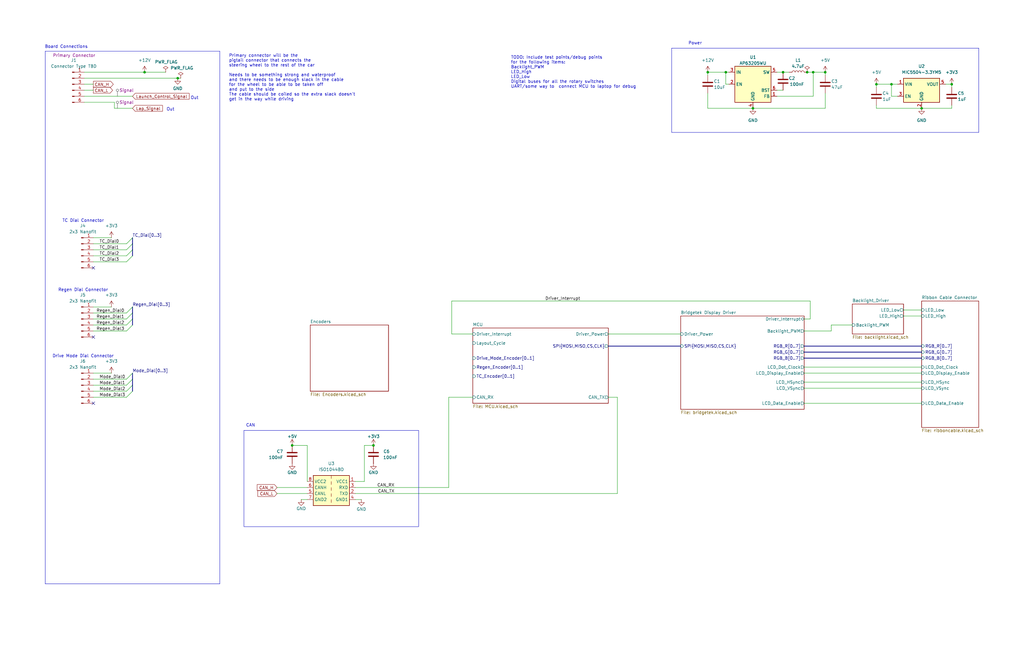
<source format=kicad_sch>
(kicad_sch (version 20250114) (generator "eeschema") (generator_version "9.0")
  (paper "B")
  (title_block (title "Steering Wheel Board") (date "2026-01-07") (rev "1.0") (company "Formula Slug") (comment 1 "Nova Mondal") (comment 2 "Jesse Osteen, Brian Acosta") (comment 6 "Block Diagram"))
  (lib_symbols
    (symbol "Connector:Conn_01x06_Pin" (pin_names (offset 1.016) (hide yes))
      (property "Reference" "J" (at 0 7.62 0))
      (property "Value" "Conn_01x06_Pin" (at 0 -10.16 0))
      (symbol "Conn_01x06_Pin_1_1"
        (rectangle (start 0.8636 5.207) (end 0 4.953) (stroke (width 0.1524)) (fill (type outline)))
        (rectangle (start 0.8636 2.667) (end 0 2.413) (stroke (width 0.1524)) (fill (type outline)))
        (rectangle (start 0.8636 0.127) (end 0 -0.127) (stroke (width 0.1524)) (fill (type outline)))
        (rectangle (start 0.8636 -2.413) (end 0 -2.667) (stroke (width 0.1524)) (fill (type outline)))
        (rectangle (start 0.8636 -4.953) (end 0 -5.207) (stroke (width 0.1524)) (fill (type outline)))
        (rectangle (start 0.8636 -7.493) (end 0 -7.747) (stroke (width 0.1524)) (fill (type outline)))
        (polyline (pts (xy 1.27 5.08) (xy 0.8636 5.08)) (stroke (width 0.1524)))
        (polyline (pts (xy 1.27 2.54) (xy 0.8636 2.54)) (stroke (width 0.1524)))
        (polyline (pts (xy 1.27 0) (xy 0.8636 0)) (stroke (width 0.1524)))
        (polyline (pts (xy 1.27 -2.54) (xy 0.8636 -2.54)) (stroke (width 0.1524)))
        (polyline (pts (xy 1.27 -5.08) (xy 0.8636 -5.08)) (stroke (width 0.1524)))
        (polyline (pts (xy 1.27 -7.62) (xy 0.8636 -7.62)) (stroke (width 0.1524)))
        (pin passive line (at 5.08 5.08 180) (length 3.81) (name "Pin_1") (number "1"))
        (pin passive line (at 5.08 2.54 180) (length 3.81) (name "Pin_2") (number "2"))
        (pin passive line (at 5.08 0 180) (length 3.81) (name "Pin_3") (number "3"))
        (pin passive line (at 5.08 -2.54 180) (length 3.81) (name "Pin_4") (number "4"))
        (pin passive line (at 5.08 -5.08 180) (length 3.81) (name "Pin_5") (number "5"))
        (pin passive line (at 5.08 -7.62 180) (length 3.81) (name "Pin_6") (number "6"))
      )
    )
    (symbol "Device:C" (pin_numbers (hide yes)) (pin_names (offset 0.254))
      (property "Reference" "C" (at 0.635 2.54 0))
      (property "Value" "C" (at 0.635 -2.54 0))
      (symbol "C_0_1"
        (polyline (pts (xy -2.032 0.762) (xy 2.032 0.762)) (stroke (width 0.508)))
        (polyline (pts (xy -2.032 -0.762) (xy 2.032 -0.762)) (stroke (width 0.508)))
      )
      (symbol "C_1_1"
        (pin passive line (at 0 3.81 270) (length 2.794) (name "~") (number "1"))
        (pin passive line (at 0 -3.81 90) (length 2.794) (name "~") (number "2"))
      )
    )
    (symbol "Device:L" (pin_numbers (hide yes)) (pin_names (offset 1.016) (hide yes))
      (property "Reference" "L" (at -1.27 0 90))
      (property "Value" "L" (at 1.905 0 90))
      (symbol "L_0_1"
        (arc (start 0 2.54) (mid 0.6323 1.905) (end 0 1.27))
        (arc (start 0 1.27) (mid 0.6323 0.635) (end 0 0))
        (arc (start 0 0) (mid 0.6323 -0.635) (end 0 -1.27))
        (arc (start 0 -1.27) (mid 0.6323 -1.905) (end 0 -2.54))
      )
      (symbol "L_1_1"
        (pin passive line (at 0 3.81 270) (length 1.27) (name "1") (number "1"))
        (pin passive line (at 0 -3.81 90) (length 1.27) (name "2") (number "2"))
      )
    )
    (symbol "Interface_CAN_LIN:ISO1044BD"
      (property "Reference" "U" (at -6.35 6.35 0))
      (property "Value" "ISO1044BD" (at 2.54 6.35 0))
      (symbol "ISO1044BD_0_1"
        (rectangle (start -7.62 5.08) (end 7.62 -7.62) (stroke (width 0.254)) (fill (type background)))
        (polyline (pts (xy 0 5.08) (xy 0 3.81)))
        (polyline (pts (xy 0 2.54) (xy 0 1.27)))
        (polyline (pts (xy 0 0) (xy 0 -1.27)))
        (polyline (pts (xy 0 -2.54) (xy 0 -3.81)))
        (polyline (pts (xy 0 -5.08) (xy 0 -6.35)))
      )
      (symbol "ISO1044BD_1_1"
        (pin power_in line (at -10.16 2.54 0) (length 2.54) (name "VCC1") (number "1"))
        (pin output line (at -10.16 0 0) (length 2.54) (name "RXD") (number "3"))
        (pin input line (at -10.16 -2.54 0) (length 2.54) (name "TXD") (number "2"))
        (pin power_in line (at -10.16 -5.08 0) (length 2.54) (name "GND1") (number "4"))
        (pin power_in line (at 10.16 2.54 180) (length 2.54) (name "VCC2") (number "8"))
        (pin bidirectional line (at 10.16 0 180) (length 2.54) (name "CANH") (number "6"))
        (pin bidirectional line (at 10.16 -2.54 180) (length 2.54) (name "CANL") (number "5"))
        (pin power_in line (at 10.16 -5.08 180) (length 2.54) (name "GND2") (number "7"))
      )
    )
    (symbol "Regulator_Linear:MIC5504-3.3YM5"
      (property "Reference" "U" (at -7.62 8.89 0))
      (property "Value" "MIC5504-3.3YM5" (at -7.62 6.35 0))
      (symbol "MIC5504-3.3YM5_0_1"
        (rectangle (start -7.62 -5.08) (end 7.62 5.08) (stroke (width 0.254)) (fill (type background)))
      )
      (symbol "MIC5504-3.3YM5_1_1"
        (pin power_in line (at -10.16 2.54 0) (length 2.54) (name "VIN") (number "1"))
        (pin input line (at -10.16 -2.54 0) (length 2.54) (name "EN") (number "3"))
        (pin power_in line (at 0 -7.62 90) (length 2.54) (name "GND") (number "2"))
        (pin no_connect line (at 7.62 -2.54 180) (length 2.54) (hide yes) (name "NC") (number "4"))
        (pin power_out line (at 10.16 2.54 180) (length 2.54) (name "VOUT") (number "5"))
      )
    )
    (symbol "Regulator_Switching:AP63205WU"
      (property "Reference" "U1" (at 0 13.97 0))
      (property "Value" "AP63205WU" (at 0 11.43 0))
      (symbol "AP63205WU_0_1"
        (rectangle (start -7.62 10.16) (end 7.62 -5.08) (stroke (width 0.254)) (fill (type background)))
      )
      (symbol "AP63205WU_1_1"
        (pin power_in line (at -10.16 7.62 0) (length 2.54) (name "IN") (number "3"))
        (pin input line (at -10.16 2.54 0) (length 2.54) (name "EN") (number "2"))
        (pin power_in line (at 0 -7.62 90) (length 2.54) (name "GND") (number "4"))
        (pin output line (at 10.16 7.62 180) (length 2.54) (name "SW") (number "5"))
        (pin passive line (at 10.16 0 180) (length 2.54) (name "BST") (number "6"))
        (pin input line (at 10.16 -2.54 180) (length 2.54) (name "FB") (number "1"))
      )
    )
    (symbol "power:+12V" (power) (pin_numbers (hide yes)) (pin_names (offset 0) (hide yes))
      (property "Value" "+12V" (at 0 3.556 0))
      (symbol "+12V_0_1"
        (polyline (pts (xy -0.762 1.27) (xy 0 2.54)))
        (polyline (pts (xy 0 2.54) (xy 0.762 1.27)))
        (polyline (pts (xy 0 0) (xy 0 2.54)))
      )
      (symbol "+12V_1_1"
        (pin power_in line (at 0 0 90) (length 0) (name "~") (number "1"))
      )
    )
    (symbol "power:+3V3" (power) (pin_numbers (hide yes)) (pin_names (offset 0) (hide yes))
      (property "Value" "+3V3" (at 0 3.556 0))
      (symbol "+3V3_0_1"
        (polyline (pts (xy -0.762 1.27) (xy 0 2.54)))
        (polyline (pts (xy 0 2.54) (xy 0.762 1.27)))
        (polyline (pts (xy 0 0) (xy 0 2.54)))
      )
      (symbol "+3V3_1_1"
        (pin power_in line (at 0 0 90) (length 0) (name "~") (number "1"))
      )
    )
    (symbol "power:+5V" (power) (pin_numbers (hide yes)) (pin_names (offset 0) (hide yes))
      (property "Value" "+5V" (at 0 3.556 0))
      (symbol "+5V_0_1"
        (polyline (pts (xy -0.762 1.27) (xy 0 2.54)))
        (polyline (pts (xy 0 2.54) (xy 0.762 1.27)))
        (polyline (pts (xy 0 0) (xy 0 2.54)))
      )
      (symbol "+5V_1_1"
        (pin power_in line (at 0 0 90) (length 0) (name "~") (number "1"))
      )
    )
    (symbol "power:GND" (power) (pin_numbers (hide yes)) (pin_names (offset 0) (hide yes))
      (property "Value" "GND" (at 0 -3.81 0))
      (symbol "GND_0_1"
        (polyline (pts (xy 0 0) (xy 0 -1.27) (xy 1.27 -1.27) (xy 0 -2.54) (xy -1.27 -1.27) (xy 0 -1.27)))
      )
      (symbol "GND_1_1"
        (pin power_in line (at 0 0 270) (length 0) (name "~") (number "1"))
      )
    )
    (symbol "power:PWR_FLAG" (power) (pin_numbers (hide yes)) (pin_names (offset 0) (hide yes))
      (property "Value" "PWR_FLAG" (at 0 3.81 0))
      (symbol "PWR_FLAG_0_0"
        (pin power_out line (at 0 0 90) (length 0) (name "~") (number "1"))
      )
      (symbol "PWR_FLAG_0_1"
        (polyline (pts (xy 0 0) (xy 0 1.27) (xy -1.016 1.905) (xy 0 2.54) (xy 1.016 1.905) (xy 0 1.27)))
      )
    )
  )
  (rectangle (start 102.87 181.61) (end 176.53 222.25))
  (rectangle (start 283.21 20.32) (end 412.75 55.88))
  (rectangle (start 19.05 21.59) (end 92.71 246.38))
  (text "Out" (at 82.042 41.402 0) (effects (font (size 1.27 1.27))))
  (text "Regen Dial Connector\n" (at 35.052 122.428 0) (effects (font (size 1.27 1.27))))
  (text "Board Connections" (at 27.94 19.812 0) (effects (font (size 1.27 1.27))))
  (text "Power" (at 293.116 18.288 0) (effects (font (size 1.27 1.27))))
  (text "Drive Mode Dial Connector\n" (at 35.052 150.368 0) (effects (font (size 1.27 1.27))))
  (text "CAN" (at 105.664 179.578 0) (effects (font (size 1.27 1.27))))
  (text "TODO: Include test points/debug points\nfor the following items:\nBacklight_PWM\nLED_High\nLED_Low\nDigital buses for all the rotary switches\nUART/some way to  connect MCU to laptop for debug\n" (at 215.392 30.48 0) (effects (font (size 1.27 1.27)) (justify left)))
  (text "Primary connector will be the\npigtail connector that connects the \nsteering wheel to the rest of the car\n\nNeeds to be something strong and waterproof\nand there needs to be enough slack in the cable\nfor the wheel to be able to be taken off\nand put to the side\nThe cable should be coiled so the extra slack doesn't\nget in the way while driving" (at 96.52 32.766 0) (effects (font (size 1.27 1.27)) (justify left)))
  (text "TC Dial Connector\n" (at 35.052 93.218 0) (effects (font (size 1.27 1.27))))
  (text "Out" (at 71.882 46.228 0) (effects (font (size 1.27 1.27))))
  (junction (at 340.36 30.48))
  (junction (at 330.2 30.48))
  (junction (at 369.57 35.56))
  (junction (at 123.19 187.96))
  (junction (at 74.93 33.02))
  (junction (at 375.92 35.56))
  (junction (at 388.62 45.72))
  (junction (at 298.45 30.48))
  (junction (at 157.48 187.96))
  (junction (at 401.32 35.56))
  (junction (at 347.98 30.48))
  (junction (at 60.96 30.48))
  (junction (at 306.07 30.48))
  (junction (at 317.5 45.72))
  (junction (at 342.9 30.48))
  (no_connect (at 39.37 142.24))
  (no_connect (at 39.37 113.03))
  (no_connect (at 39.37 170.18))
  (bus_entry (at 55.88 160.02) (size -2.54 2.54))
  (bus_entry (at 55.88 102.87) (size -2.54 2.54))
  (bus_entry (at 55.88 100.33) (size -2.54 2.54))
  (bus_entry (at 55.88 107.95) (size -2.54 2.54))
  (bus_entry (at 55.88 134.62) (size -2.54 2.54))
  (bus_entry (at 55.88 165.1) (size -2.54 2.54))
  (bus_entry (at 55.88 157.48) (size -2.54 2.54))
  (bus_entry (at 55.88 137.16) (size -2.54 2.54))
  (bus_entry (at 55.88 162.56) (size -2.54 2.54))
  (bus_entry (at 55.88 132.08) (size -2.54 2.54))
  (bus_entry (at 55.88 105.41) (size -2.54 2.54))
  (bus_entry (at 55.88 129.54) (size -2.54 2.54))
  (wire (pts (xy 39.37 102.87) (xy 53.34 102.87)))
  (wire (pts (xy 39.37 38.1) (xy 35.56 38.1)))
  (wire (pts (xy 129.54 187.96) (xy 123.19 187.96)))
  (bus (pts (xy 339.09 146.05) (xy 388.62 146.05)))
  (bus (pts (xy 55.88 105.41) (xy 55.88 107.95)))
  (wire (pts (xy 339.09 139.7) (xy 350.52 139.7)))
  (wire (pts (xy 342.9 30.48) (xy 347.98 30.48)))
  (wire (pts (xy 381 133.35) (xy 388.62 133.35)))
  (wire (pts (xy 35.56 40.64) (xy 55.88 40.64)))
  (wire (pts (xy 369.57 44.45) (xy 369.57 45.72)))
  (wire (pts (xy 39.37 157.48) (xy 46.99 157.48)))
  (wire (pts (xy 369.57 35.56) (xy 369.57 36.83)))
  (wire (pts (xy 298.45 39.37) (xy 298.45 45.72)))
  (wire (pts (xy 401.32 36.83) (xy 401.32 35.56)))
  (wire (pts (xy 189.23 167.64) (xy 199.39 167.64)))
  (wire (pts (xy 35.56 43.18) (xy 48.26 43.18)))
  (wire (pts (xy 340.36 30.48) (xy 342.9 30.48)))
  (bus (pts (xy 55.88 160.02) (xy 55.88 162.56)))
  (wire (pts (xy 190.5 127) (xy 341.63 127)))
  (wire (pts (xy 347.98 31.75) (xy 347.98 30.48)))
  (wire (pts (xy 260.35 167.64) (xy 260.35 208.28)))
  (wire (pts (xy 152.4 210.82) (xy 149.86 210.82)))
  (bus (pts (xy 55.88 134.62) (xy 55.88 137.16)))
  (wire (pts (xy 339.09 157.48) (xy 388.62 157.48)))
  (bus (pts (xy 55.88 162.56) (xy 55.88 165.1)))
  (bus (pts (xy 55.88 132.08) (xy 55.88 134.62)))
  (wire (pts (xy 256.54 140.97) (xy 287.02 140.97)))
  (wire (pts (xy 39.37 132.08) (xy 53.34 132.08)))
  (wire (pts (xy 341.63 134.62) (xy 341.63 127)))
  (wire (pts (xy 74.93 33.02) (xy 76.2 33.02)))
  (wire (pts (xy 39.37 160.02) (xy 53.34 160.02)))
  (wire (pts (xy 48.26 45.72) (xy 48.26 43.18)))
  (wire (pts (xy 330.2 30.48) (xy 332.74 30.48)))
  (wire (pts (xy 129.54 205.74) (xy 116.84 205.74)))
  (wire (pts (xy 256.54 167.64) (xy 260.35 167.64)))
  (wire (pts (xy 39.37 167.64) (xy 53.34 167.64)))
  (wire (pts (xy 35.56 30.48) (xy 60.96 30.48)))
  (bus (pts (xy 55.88 100.33) (xy 55.88 102.87)))
  (wire (pts (xy 39.37 137.16) (xy 53.34 137.16)))
  (bus (pts (xy 55.88 129.54) (xy 55.88 132.08)))
  (wire (pts (xy 39.37 134.62) (xy 53.34 134.62)))
  (wire (pts (xy 157.48 187.96) (xy 153.67 187.96)))
  (wire (pts (xy 129.54 187.96) (xy 129.54 203.2)))
  (wire (pts (xy 401.32 44.45) (xy 401.32 45.72)))
  (wire (pts (xy 339.09 134.62) (xy 341.63 134.62)))
  (wire (pts (xy 190.5 127) (xy 190.5 140.97)))
  (wire (pts (xy 339.09 170.18) (xy 388.62 170.18)))
  (wire (pts (xy 342.9 40.64) (xy 327.66 40.64)))
  (wire (pts (xy 149.86 208.28) (xy 260.35 208.28)))
  (wire (pts (xy 153.67 203.2) (xy 149.86 203.2)))
  (wire (pts (xy 339.09 154.94) (xy 388.62 154.94)))
  (wire (pts (xy 48.26 45.72) (xy 55.88 45.72)))
  (wire (pts (xy 339.09 161.29) (xy 388.62 161.29)))
  (wire (pts (xy 306.07 30.48) (xy 306.07 35.56)))
  (wire (pts (xy 369.57 45.72) (xy 388.62 45.72)))
  (wire (pts (xy 39.37 139.7) (xy 53.34 139.7)))
  (wire (pts (xy 39.37 105.41) (xy 53.34 105.41)))
  (wire (pts (xy 190.5 140.97) (xy 199.39 140.97)))
  (bus (pts (xy 256.54 146.05) (xy 287.02 146.05)))
  (bus (pts (xy 55.88 102.87) (xy 55.88 105.41)))
  (wire (pts (xy 39.37 100.33) (xy 46.99 100.33)))
  (bus (pts (xy 339.09 148.59) (xy 388.62 148.59)))
  (wire (pts (xy 317.5 45.72) (xy 347.98 45.72)))
  (wire (pts (xy 378.46 35.56) (xy 375.92 35.56)))
  (wire (pts (xy 347.98 39.37) (xy 347.98 45.72)))
  (wire (pts (xy 189.23 205.74) (xy 189.23 167.64)))
  (wire (pts (xy 375.92 40.64) (xy 375.92 35.56)))
  (wire (pts (xy 149.86 205.74) (xy 189.23 205.74)))
  (wire (pts (xy 153.67 187.96) (xy 153.67 203.2)))
  (wire (pts (xy 401.32 35.56) (xy 398.78 35.56)))
  (wire (pts (xy 330.2 38.1) (xy 327.66 38.1)))
  (wire (pts (xy 350.52 139.7) (xy 350.52 137.16)))
  (wire (pts (xy 378.46 40.64) (xy 375.92 40.64)))
  (bus (pts (xy 339.09 151.13) (xy 388.62 151.13)))
  (wire (pts (xy 298.45 45.72) (xy 317.5 45.72)))
  (wire (pts (xy 381 130.81) (xy 388.62 130.81)))
  (wire (pts (xy 401.32 45.72) (xy 388.62 45.72)))
  (wire (pts (xy 350.52 137.16) (xy 359.41 137.16)))
  (wire (pts (xy 39.37 35.56) (xy 35.56 35.56)))
  (wire (pts (xy 298.45 30.48) (xy 306.07 30.48)))
  (wire (pts (xy 327.66 30.48) (xy 330.2 30.48)))
  (wire (pts (xy 339.09 163.83) (xy 388.62 163.83)))
  (wire (pts (xy 129.54 208.28) (xy 116.84 208.28)))
  (wire (pts (xy 298.45 30.48) (xy 298.45 31.75)))
  (wire (pts (xy 39.37 107.95) (xy 53.34 107.95)))
  (wire (pts (xy 60.96 30.48) (xy 69.85 30.48)))
  (wire (pts (xy 306.07 30.48) (xy 307.34 30.48)))
  (wire (pts (xy 35.56 33.02) (xy 74.93 33.02)))
  (wire (pts (xy 39.37 165.1) (xy 53.34 165.1)))
  (wire (pts (xy 306.07 35.56) (xy 307.34 35.56)))
  (wire (pts (xy 39.37 162.56) (xy 53.34 162.56)))
  (wire (pts (xy 39.37 110.49) (xy 53.34 110.49)))
  (wire (pts (xy 342.9 30.48) (xy 342.9 40.64)))
  (wire (pts (xy 369.57 35.56) (xy 375.92 35.56)))
  (bus (pts (xy 55.88 157.48) (xy 55.88 160.02)))
  (wire (pts (xy 39.37 129.54) (xy 46.99 129.54)))
  (wire (pts (xy 129.54 210.82) (xy 127 210.82)))
  (label "TC_Dial0" (at 41.91 102.87 0))
  (label "Mode_Dial[0..3]" (at 55.88 157.48 0))
  (label "Regen_Dial[0..3]" (at 55.88 129.54 0))
  (label "Regen_Dial2" (at 40.64 137.16 0))
  (label "TC_Dial[0..3]" (at 55.88 100.33 0))
  (label "TC_Dial1" (at 41.91 105.41 0))
  (label "CAN_RX" (at 166.37 205.74 180))
  (label "Driver_Interrupt" (at 229.87 127 0))
  (label "Mode_Dial3" (at 41.91 167.64 0))
  (label "TC_Dial2" (at 41.91 107.95 0))
  (label "Regen_Dial3" (at 40.64 139.7 0))
  (label "TC_Dial3" (at 41.91 110.49 0))
  (label "CAN_TX" (at 166.37 208.28 180))
  (label "Regen_Dial0" (at 40.64 132.08 0))
  (label "Mode_Dial0" (at 41.91 160.02 0))
  (label "Mode_Dial1" (at 41.91 162.56 0))
  (label "Mode_Dial2" (at 41.91 165.1 0))
  (label "Regen_Dial1" (at 40.64 134.62 0))
  (global_label "CAN_L" (shape output) (at 39.37 38.1 0) (property "Intersheetrefs" "${INTERSHEET_REFS}" (effects (hide yes))))
  (global_label "CAN_H" (shape input) (at 116.84 205.74 180) (property "Intersheetrefs" "${INTERSHEET_REFS}" (effects (hide yes))))
  (global_label "Launch_Control_Signal" (shape input) (at 55.88 40.64 0) (property "Intersheetrefs" "${INTERSHEET_REFS}" (effects (hide yes))))
  (global_label "Lap_Signal" (shape input) (at 55.88 45.72 0) (property "Intersheetrefs" "${INTERSHEET_REFS}" (effects (hide yes))))
  (global_label "CAN_H" (shape output) (at 39.37 35.56 0) (property "Intersheetrefs" "${INTERSHEET_REFS}" (effects (hide yes))))
  (global_label "CAN_L" (shape input) (at 116.84 208.28 180) (property "Intersheetrefs" "${INTERSHEET_REFS}" (effects (hide yes))))
  (netclass_flag "" (length 2.54) (shape round) (at 49.53 45.72 0) (property "Netclass" "Signal" (at 50.2285 43.18 0) (effects (font (italic yes)) (justify left))))
  (netclass_flag "" (length 2.54) (shape round) (at 49.53 40.64 0) (property "Netclass" "Signal" (at 50.2285 38.1 0) (effects (font (italic yes)) (justify left))))
  (symbol (lib_id "power:PWR_FLAG") (at 340.36 30.48 0) (unit 1)
    (property "Reference" "#FLG?" (effects (hide yes)))
    (property "Value" "PWR_FLAG" (effects (hide yes)))
    (property "Description" "Special symbol for telling ERC where power comes from" (effects (hide yes)))
  )
  (symbol (lib_id "Connector:Conn_01x06_Pin") (at 34.29 105.41 0) (unit 1)
    (property "Reference" "J4" (at 34.925 95.25 0))
    (property "Value" "2x3 Nanofit" (at 34.925 97.79 0))
    (property "Description" "Generic connector, single row, 01x06, script generated" (effects (hide yes)))
  )
  (symbol (lib_id "power:+12V") (at 60.96 30.48 0) (unit 1)
    (property "Reference" "#PWR01" (effects (hide yes)))
    (property "Value" "+12V" (at 60.96 25.4 0))
    (property "Description" "Power symbol creates a global label with name \"+12V\"" (effects (hide yes)))
  )
  (symbol (lib_id "Connector:Conn_01x06_Pin") (at 34.29 162.56 0) (unit 1)
    (property "Reference" "J6" (at 34.925 152.4 0))
    (property "Value" "2x3 Nanofit" (at 34.925 154.94 0))
    (property "Description" "Generic connector, single row, 01x06, script generated" (effects (hide yes)))
  )
  (symbol (lib_id "power:GND") (at 157.48 195.58 0) (mirror y) (unit 1)
    (property "Reference" "#PWR?" (effects (hide yes)))
    (property "Value" "GND" (at 157.48 199.39 0))
    (property "Description" "Power symbol creates a global label with name \"GND\" , ground" (effects (hide yes)))
  )
  (symbol (lib_id "Connector:Conn_01x06_Pin") (at 34.29 134.62 0) (unit 1)
    (property "Reference" "J5" (at 34.925 124.46 0))
    (property "Value" "2x3 Nanofit" (at 34.925 127 0))
    (property "Description" "Generic connector, single row, 01x06, script generated" (effects (hide yes)))
  )
  (symbol (lib_id "Device:C") (at 347.98 35.56 180) (unit 1)
    (property "Reference" "C3" (at 350.52 34.29 0) (effects (justify right)))
    (property "Value" "47uF" (at 350.52 36.83 0) (effects (justify right)))
    (property "Footprint" "Capacitor_SMD:C_0805_2012Metric_Pad1.18x1.45mm_HandSolder" (effects (hide yes)))
    (property "Datasheet" "https://mm.digikey.com/Volume0/opasdata/d220001/medias/docus/658/CL21A476MQYNNNE_Spec.pdf" (effects (hide yes)))
    (property "Description" "Unpolarized capacitor" (effects (hide yes)))
    (property "Manufacturer" "Samsung Electro-Mechanics" (effects (hide yes)))
    (property "PN" "CL21A476MQYNNNE" (effects (hide yes)))
  )
  (symbol (lib_id "power:PWR_FLAG") (at 69.85 30.48 0) (unit 1)
    (property "Reference" "#FLG01" (effects (hide yes)))
    (property "Value" "PWR_FLAG" (at 70.104 26.162 0))
    (property "Description" "Special symbol for telling ERC where power comes from" (effects (hide yes)))
  )
  (symbol (lib_id "Regulator_Linear:MIC5504-3.3YM5") (at 388.62 38.1 0) (unit 1)
    (property "Reference" "U2" (at 388.62 27.94 0))
    (property "Value" "MIC5504-3.3YM5" (at 388.62 30.48 0))
    (property "Footprint" "Package_TO_SOT_SMD:SOT-23-5" (effects (hide yes)))
    (property "Datasheet" "http://ww1.microchip.com/downloads/en/DeviceDoc/MIC550X.pdf" (effects (hide yes)))
    (property "Description" "300mA Low-dropout Voltage Regulator, Vout 3.3V, Vin up to 5.5V, SOT-23" (effects (hide yes)))
  )
  (symbol (lib_id "Device:C") (at 401.32 40.64 180) (unit 1)
    (property "Reference" "C5" (at 403.86 39.37 0) (effects (justify right)))
    (property "Value" "1uF" (at 403.86 41.91 0) (effects (justify right)))
    (property "Footprint" "Capacitor_SMD:C_0805_2012Metric_Pad1.18x1.45mm_HandSolder" (effects (hide yes)))
    (property "Datasheet" "https://mm.digikey.com/Volume0/opasdata/d220001/medias/docus/609/CL21B105KBFNNNE_Spec.pdf" (effects (hide yes)))
    (property "Description" "Unpolarized capacitor" (effects (hide yes)))
    (property "Manufacturer" "Samsung Electro-Mechanics" (effects (hide yes)))
    (property "PN" "CL21B105KBFNNNE" (effects (hide yes)))
  )
  (symbol (lib_id "power:GND") (at 74.93 33.02 0) (unit 1)
    (property "Reference" "#PWR02" (effects (hide yes)))
    (property "Value" "GND" (at 74.93 37.338 0))
    (property "Description" "Power symbol creates a global label with name \"GND\" , ground" (effects (hide yes)))
  )
  (symbol (lib_id "Interface_CAN_LIN:ISO1044BD") (at 139.7 205.74 0) (mirror y) (unit 1)
    (property "Reference" "U3" (at 139.7 195.58 0))
    (property "Value" "ISO1044BD" (at 139.7 198.12 0))
    (property "Footprint" "Package_SO:SOIC-8_3.9x4.9mm_P1.27mm" (effects (hide yes)))
    (property "Datasheet" "https://www.ti.com/lit/ds/symlink/iso1044.pdf" (effects (hide yes)))
    (property "Description" "Isolated CAN FD Transceiver, SOIC-8" (effects (hide yes)))
    (property "Digi PN" "296-ISO1044BDRCT-ND" (effects (hide yes)))
    (property "MFG" "Texas Instruments" (effects (hide yes)))
    (property "MFG PN" "ISO1044BDR" (effects (hide yes)))
  )
  (symbol (lib_id "Device:C") (at 369.57 40.64 180) (unit 1)
    (property "Reference" "C4" (at 372.11 39.37 0) (effects (justify right)))
    (property "Value" "1uF" (at 372.11 41.91 0) (effects (justify right)))
    (property "Footprint" "Capacitor_SMD:C_0805_2012Metric_Pad1.18x1.45mm_HandSolder" (effects (hide yes)))
    (property "Datasheet" "https://mm.digikey.com/Volume0/opasdata/d220001/medias/docus/609/CL21B105KBFNNNE_Spec.pdf" (effects (hide yes)))
    (property "Description" "Unpolarized capacitor" (effects (hide yes)))
    (property "Manufacturer" "Samsung Electro-Mechanics" (effects (hide yes)))
    (property "PN" "CL21B105KBFNNNE" (effects (hide yes)))
  )
  (symbol (lib_id "power:+3V3") (at 46.99 157.48 0) (unit 1)
    (property "Reference" "#PWR033" (effects (hide yes)))
    (property "Value" "+3V3" (at 46.99 152.4 0))
    (property "Description" "Power symbol creates a global label with name \"+3V3\"" (effects (hide yes)))
  )
  (symbol (lib_id "power:+3V3") (at 46.99 100.33 0) (unit 1)
    (property "Reference" "#PWR031" (effects (hide yes)))
    (property "Value" "+3V3" (at 46.99 95.25 0))
    (property "Description" "Power symbol creates a global label with name \"+3V3\"" (effects (hide yes)))
  )
  (symbol (lib_id "power:GND") (at 123.19 195.58 0) (unit 1)
    (property "Reference" "#PWR03" (effects (hide yes)))
    (property "Value" "GND" (at 123.19 199.39 0))
    (property "Description" "Power symbol creates a global label with name \"GND\" , ground" (effects (hide yes)))
  )
  (symbol (lib_id "power:+5V") (at 347.98 30.48 0) (unit 1)
    (property "Reference" "#PWR?" (effects (hide yes)))
    (property "Value" "+5V" (at 347.98 25.4 0))
    (property "Description" "Power symbol creates a global label with name \"+5V\"" (effects (hide yes)))
  )
  (symbol (lib_id "power:GND") (at 127 210.82 0) (mirror y) (unit 1)
    (property "Reference" "#PWR?" (effects (hide yes)))
    (property "Value" "GND" (at 127 214.63 0))
    (property "Description" "Power symbol creates a global label with name \"GND\" , ground" (effects (hide yes)))
  )
  (symbol (lib_id "power:+5V") (at 123.19 187.96 0) (mirror y) (unit 1)
    (property "Reference" "#PWR?" (effects (hide yes)))
    (property "Value" "+5V" (at 123.19 184.15 0))
    (property "Description" "Power symbol creates a global label with name \"+5V\"" (effects (hide yes)))
  )
  (symbol (lib_id "Device:C") (at 157.48 191.77 0) (mirror y) (unit 1)
    (property "Reference" "C6" (at 164.338 190.5 0) (effects (justify left)))
    (property "Value" "100nF" (at 167.64 193.04 0) (effects (justify left)))
    (property "Footprint" "Capacitor_SMD:C_0805_2012Metric_Pad1.18x1.45mm_HandSolder" (effects (hide yes)))
    (property "Datasheet" "https://www.yageo.com/upload/media/product/productsearch/datasheet/mlcc/UPY-GPHC_X7R_6.3V-to-250V_24.pdf" (effects (hide yes)))
    (property "Description" "Unpolarized capacitor" (effects (hide yes)))
    (property "Digi PN" "311-1140-1-ND" (effects (hide yes)))
    (property "MFG" "Yageo" (effects (hide yes)))
    (property "MFG PN" "CC0805KRX7R9BB104" (effects (hide yes)))
  )
  (symbol (lib_id "power:+3V3") (at 46.99 129.54 0) (unit 1)
    (property "Reference" "#PWR032" (effects (hide yes)))
    (property "Value" "+3V3" (at 46.99 124.46 0))
    (property "Description" "Power symbol creates a global label with name \"+3V3\"" (effects (hide yes)))
  )
  (symbol (lib_id "power:GND") (at 388.62 45.72 0) (unit 1)
    (property "Reference" "#PWR?" (effects (hide yes)))
    (property "Value" "GND" (at 388.62 50.8 0))
    (property "Description" "Power symbol creates a global label with name \"GND\" , ground" (effects (hide yes)))
  )
  (symbol (lib_id "Regulator_Switching:AP63205WU") (at 317.5 38.1 0) (unit 1)
    (property "Reference" "U1" (at 317.5 24.13 0))
    (property "Value" "AP63205WU" (at 317.5 26.67 0))
    (property "Footprint" "Package_TO_SOT_SMD:TSOT-23-6" (effects (hide yes)))
    (property "Datasheet" "https://www.diodes.com/assets/Datasheets/AP63200-AP63201-AP63203-AP63205.pdf" (effects (hide yes)))
    (property "Description" "2A, 1.1MHz Buck DC/DC Converter, fixed 5.0V output voltage, TSOT-23-6" (effects (hide yes)))
  )
  (symbol (lib_id "power:+12V") (at 298.45 30.48 0) (unit 1)
    (property "Reference" "#PWR?" (effects (hide yes)))
    (property "Value" "+12V" (at 298.45 25.4 0))
    (property "Description" "Power symbol creates a global label with name \"+12V\"" (effects (hide yes)))
  )
  (symbol (lib_id "power:+3V3") (at 401.32 35.56 0) (unit 1)
    (property "Reference" "#PWR?" (effects (hide yes)))
    (property "Value" "+3V3" (at 401.32 30.48 0))
    (property "Description" "Power symbol creates a global label with name \"+3V3\"" (effects (hide yes)))
  )
  (symbol (lib_id "Device:C") (at 298.45 35.56 180) (unit 1)
    (property "Reference" "C1" (at 300.99 34.29 0) (effects (justify right)))
    (property "Value" "10uF" (at 300.99 36.83 0) (effects (justify right)))
    (property "Footprint" "Capacitor_SMD:C_0805_2012Metric_Pad1.18x1.45mm_HandSolder" (effects (hide yes)))
    (property "Datasheet" "https://mm.digikey.com/Volume0/opasdata/d220001/medias/docus/658/CL21A106KOQNNNG_Spec.pdf" (effects (hide yes)))
    (property "Description" "Unpolarized capacitor" (effects (hide yes)))
    (property "Manufacturer" "Samsung Electro-Mechanics" (effects (hide yes)))
    (property "PN" "CL21A106KOQNNNG" (effects (hide yes)))
  )
  (symbol (lib_id "Device:C") (at 123.19 191.77 0) (mirror y) (unit 1)
    (property "Reference" "C7" (at 119.38 190.4999 0) (effects (justify left)))
    (property "Value" "100nF" (at 119.38 193.0399 0) (effects (justify left)))
    (property "Footprint" "Capacitor_SMD:C_0805_2012Metric_Pad1.18x1.45mm_HandSolder" (effects (hide yes)))
    (property "Datasheet" "https://www.yageo.com/upload/media/product/productsearch/datasheet/mlcc/UPY-GPHC_X7R_6.3V-to-250V_24.pdf" (effects (hide yes)))
    (property "Description" "Unpolarized capacitor" (effects (hide yes)))
    (property "Digi PN" "311-1140-1-ND" (effects (hide yes)))
    (property "MFG" "Yageo" (effects (hide yes)))
    (property "MFG PN" "CC0805KRX7R9BB104" (effects (hide yes)))
  )
  (symbol (lib_id "power:+3V3") (at 157.48 187.96 0) (mirror y) (unit 1)
    (property "Reference" "#PWR?" (effects (hide yes)))
    (property "Value" "+3V3" (at 157.48 184.15 0))
    (property "Description" "Power symbol creates a global label with name \"+3V3\"" (effects (hide yes)))
  )
  (symbol (lib_id "power:PWR_FLAG") (at 76.2 33.02 0) (unit 1)
    (property "Reference" "#FLG02" (effects (hide yes)))
    (property "Value" "PWR_FLAG" (at 76.708 28.702 0))
    (property "Description" "Special symbol for telling ERC where power comes from" (effects (hide yes)))
  )
  (symbol (lib_id "power:GND") (at 317.5 45.72 0) (unit 1)
    (property "Reference" "#PWR?" (effects (hide yes)))
    (property "Value" "GND" (at 317.5 50.8 0))
    (property "Description" "Power symbol creates a global label with name \"GND\" , ground" (effects (hide yes)))
  )
  (symbol (lib_id "Connector:Conn_01x06_Pin") (at 30.48 35.56 0) (unit 1)
    (property "Reference" "J1" (at 31.115 25.4 0))
    (property "Value" "Connector Type TBD" (at 31.115 27.94 0))
    (property "Description" "Connector to vehicle wiring harness, supplying board with power and CAN and delivering button signals back to VCU" (effects (hide yes)))
    (property "Name" "Primary Connector" (at 31.242 23.368 0))
  )
  (symbol (lib_id "power:+5V") (at 369.57 35.56 0) (unit 1)
    (property "Reference" "#PWR?" (effects (hide yes)))
    (property "Value" "+5V" (at 369.57 30.48 0))
    (property "Description" "Power symbol creates a global label with name \"+5V\"" (effects (hide yes)))
  )
  (symbol (lib_id "power:GND") (at 152.4 210.82 0) (unit 1)
    (property "Reference" "#PWR04" (effects (hide yes)))
    (property "Value" "GND" (at 152.4 214.884 0))
    (property "Description" "Power symbol creates a global label with name \"GND\" , ground" (effects (hide yes)))
  )
  (symbol (lib_id "Device:C") (at 330.2 34.29 0) (unit 1)
    (property "Reference" "C2" (at 335.28 33.02 0) (effects (justify right)))
    (property "Value" "100nF" (at 339.09 35.56 0) (effects (justify right)))
    (property "Footprint" "Capacitor_SMD:C_0805_2012Metric_Pad1.18x1.45mm_HandSolder" (effects (hide yes)))
    (property "Datasheet" "https://www.yageo.com/upload/media/product/productsearch/datasheet/mlcc/UPY-GPHC_X7R_6.3V-to-250V_24.pdf" (effects (hide yes)))
    (property "Description" "Unpolarized capacitor" (effects (hide yes)))
    (property "Manufacturer" "Yageo" (effects (hide yes)))
    (property "PN" "CC0805KRX7R9BB104" (effects (hide yes)))
  )
  (symbol (lib_id "Device:L") (at 336.55 30.48 90) (unit 1)
    (property "Reference" "L1" (at 336.55 25.4 90))
    (property "Value" "4.7uF" (at 336.55 27.94 90))
    (property "Footprint" "Inductor_SMD:L_Bourns_SRP5030T" (effects (hide yes)))
    (property "Datasheet" "https://www.bourns.com/docs/Product-Datasheets/SRP5030TA.pdf" (effects (hide yes)))
    (property "Description" "Inductor" (effects (hide yes)))
    (property "Manufacturer" "Bourns" (effects (hide yes)))
    (property "PN" "SRP5030TA-4R7M" (effects (hide yes)))
  )
  (sheet (at 359.41 128.27) (size 21.59 12.7) (stroke (width 0.1524))
    (property "Sheetname" "Backlight_Driver" (at 359.41 127.5584 0) (effects (justify left bottom)))
    (property "Sheetfile" "backlight.kicad_sch" (at 359.41 141.5546 0) (effects (justify left top)))
    (pin "Backlight_PWM" input (at 359.41 137.16 180))
    (pin "LED_Low" output (at 381 130.81 0))
    (pin "LED_High" output (at 381 133.35 0))
  )
  (sheet (at 287.02 133.35) (size 52.07 39.37) (stroke (width 0.1524))
    (property "Sheetname" "Bridgetek Display Driver" (at 287.02 132.6384 0) (effects (justify left bottom)))
    (property "Sheetfile" "bridgetek.kicad_sch" (at 287.02 173.3046 0) (effects (justify left top)))
    (pin "LCD_HSync" output (at 339.09 161.29 0))
    (pin "Backlight_PWM" output (at 339.09 139.7 0))
    (pin "LCD_Display_Enable" output (at 339.09 157.48 0))
    (pin "LCD_Data_Enable" output (at 339.09 170.18 0))
    (pin "LCD_Dot_Clock" output (at 339.09 154.94 0))
    (pin "LCD_VSync" output (at 339.09 163.83 0))
    (pin "Driver_Power" input (at 287.02 140.97 180))
    (pin "RGB_R[0..7]" output (at 339.09 146.05 0))
    (pin "Driver_Interrupt" tri_state (at 339.09 134.62 0))
    (pin "RGB_G[0..7]" output (at 339.09 148.59 0))
    (pin "RGB_B[0..7]" output (at 339.09 151.13 0))
    (pin "SPI{MOSI,MISO,CS,CLK}" input (at 287.02 146.05 180))
  )
  (sheet (at 388.62 127) (size 24.13 53.34) (stroke (width 0.1524))
    (property "Sheetname" "Ribbon Cable Connector" (at 388.62 126.2884 0) (effects (justify left bottom)))
    (property "Sheetfile" "ribboncable.kicad_sch" (at 388.62 180.9246 0) (effects (justify left top)))
    (pin "LCD_Data_Enable" input (at 388.62 170.18 180))
    (pin "LCD_Display_Enable" input (at 388.62 157.48 180))
    (pin "LCD_HSync" input (at 388.62 161.29 180))
    (pin "LCD_VSync" input (at 388.62 163.83 180))
    (pin "RGB_R[0..7]" input (at 388.62 146.05 180))
    (pin "LED_Low" input (at 388.62 130.81 180))
    (pin "RGB_G[0..7]" input (at 388.62 148.59 180))
    (pin "LED_High" input (at 388.62 133.35 180))
    (pin "LCD_Dot_Clock" input (at 388.62 154.94 180))
    (pin "RGB_B[0..7]" input (at 388.62 151.13 180))
  )
  (sheet (at 130.81 137.16) (size 33.02 27.94) (stroke (width 0.1524))
    (property "Sheetname" "Encoders" (at 130.81 136.4484 0) (effects (justify left bottom)))
    (property "Sheetfile" "Encoders.kicad_sch" (at 130.81 165.6846 0) (effects (justify left top)))
  )
  (sheet (at 199.39 138.43) (size 57.15 31.75) (stroke (width 0.1524))
    (property "Sheetname" "MCU" (at 199.39 137.7184 0) (effects (justify left bottom)))
    (property "Sheetfile" "MCU.kicad_sch" (at 199.39 170.7646 0) (effects (justify left top)))
    (pin "Layout_Cycle" input (at 199.39 144.78 180))
    (pin "CAN_TX" output (at 256.54 167.64 0))
    (pin "Driver_Power" output (at 256.54 140.97 0))
    (pin "CAN_RX" input (at 199.39 167.64 180))
    (pin "Driver_Interrupt" input (at 199.39 140.97 180))
    (pin "SPI{MOSI,MISO,CS,CLK}" output (at 256.54 146.05 0))
    (pin "Drive_Mode_Encoder[0..1]" input (at 199.39 151.13 180))
    (pin "Regen_Encoder[0..1]" input (at 199.39 154.94 180))
    (pin "TC_Encoder[0..1]" input (at 199.39 158.75 180))
  )
)
</source>
